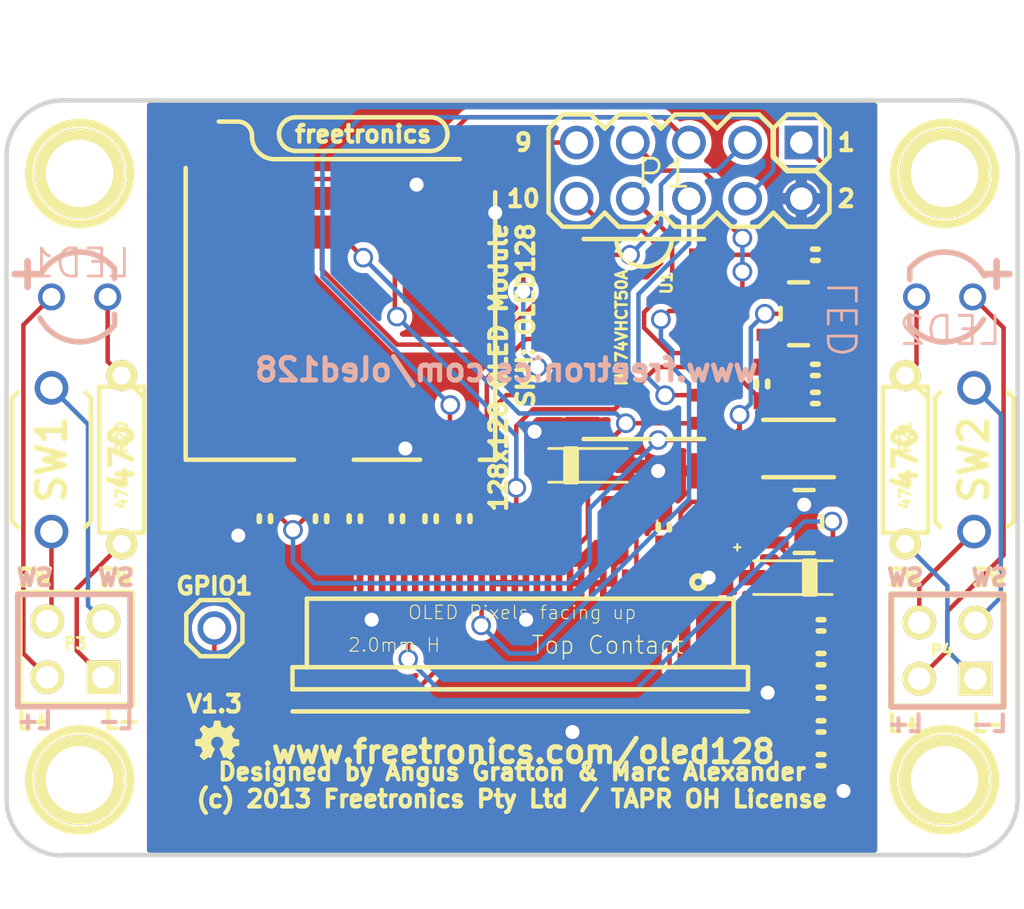
<source format=kicad_pcb>
(kicad_pcb (version 20221018) (generator pcbnew)
  (layers (0 "F.Cu" signal "Front") (31 "B.Cu" signal "Back") (34 "B.Paste" user) (35 "F.Paste" user) (36 "B.SilkS" user) (37 "F.SilkS" user) (38 "B.Mask" user) (39 "F.Mask" user) (44 "Edge.Cuts" user))
  (net 0 "")
  (net 1 "+3.3V")
  (net 2 "/MISO")
  (net 3 "/MOSI")
  (net 4 "/MOSI_3v3")
  (net 5 "/OLED_DnC")
  (net 6 "/OLED_DnC_3v3")
  (net 7 "/OLED_VCC")
  (net 8 "/OLED_nCS")
  (net 9 "/OLED_nCS_3v3")
  (net 10 "/OLED_nRST")
  (net 11 "/OLED_nRST_3v3")
  (net 12 "/SCK")
  (net 13 "/SCK_3v3")
  (net 14 "/VCC_ON")
  (net 15 "/uSD_CD")
  (net 16 "/uSD_nCS")
  (net 17 "/uSD_nCS_3v3")
  (net 18 "GND")
  (net 19 "N-0000010")
  (net 20 "N-0000011")
  (net 21 "N-000002")
  (net 22 "N-0000020")
  (net 23 "N-0000021")
  (net 24 "N-0000023")
  (net 25 "N-0000024")
  (net 26 "N-0000025")
  (net 27 "N-0000028")
  (net 28 "N-0000029")
  (net 29 "N-0000030")
  (net 30 "N-0000031")
  (net 31 "N-0000032")
  (net 32 "N-0000033")
  (net 33 "N-0000036")
  (net 34 "N-0000037")
  (net 35 "N-0000038")
  (net 36 "N-000004")
  (net 37 "N-0000040")
  (net 38 "N-0000041")
  (net 39 "N-0000042")
  (net 40 "N-0000043")
  (net 41 "N-0000044")
  (net 42 "N-000005")
  (net 43 "N-000006")
  (net 44 "VCC")
  (footprint "OLED-128X128-FPC-TOP" (layer "F.Cu") (at 47.244 38.862 180)
    (fp_text reference "OLED1")
    (fp_text value "OLED128_UG2828")
  )
  (footprint "MICRO-SD-SOCKET-PP" (layer "F.Cu") (at 38.862 33.274)
    (fp_text reference "P2")
    (fp_text value "MICROSD")
  )
  (footprint "1210" (layer "F.Cu") (at 52.578 32.766 180)
    (fp_text reference "L1")
    (fp_text value "6.8uH")
  )
  (footprint "1206" (layer "F.Cu") (at 48.514 35.179 90)
    (fp_text reference "C4")
    (fp_text value "4.7uF 25V TANT")
  )
  (footprint "1206" (layer "F.Cu") (at 43.053 35.814 180)
    (fp_text reference "R10")
    (fp_text value "47R  1/4W")
  )
  (footprint "SOT23-5" (layer "F.Cu") (at 52.578 26.67 90)
    (fp_text reference "REG1")
    (fp_text value "LP2985-33")
  )
  (footprint "SOT23-5" (layer "F.Cu") (at 52.832 36.068 -90)
    (fp_text reference "IC1")
    (fp_text value "TPS61040")
  )
  (footprint "0603" (layer "F.Cu") (at 53.594 40.767 180)
    (fp_text reference "R8")
    (fp_text value "910K 1%")
  )
  (footprint "0603" (layer "F.Cu") (at 53.594 42.291)
    (fp_text reference "R9")
    (fp_text value "82K 1%")
  )
  (footprint "0603" (layer "F.Cu") (at 37.465 35.941 -90)
    (fp_text reference "R17")
    (fp_text value "560K")
  )
  (footprint "0603" (layer "F.Cu") (at 53.34 24.003 180)
    (fp_text reference "C1")
    (fp_text value "1uF")
  )
  (footprint "0603" (layer "F.Cu") (at 35.941 35.941 90)
    (fp_text reference "R1")
    (fp_text value "10K")
  )
  (footprint "0603" (layer "F.Cu") (at 28.448 35.941 -90)
    (fp_text reference "C12")
    (fp_text value "100nF")
  )
  (footprint "0603" (layer "F.Cu") (at 30.988 35.941 -90)
    (fp_text reference "C11")
    (fp_text value "100nF")
  )
  (footprint "0603" (layer "F.Cu") (at 32.512 35.941 -90)
    (fp_text reference "C10")
    (fp_text value "4.7uF")
  )
  (footprint "0603" (layer "F.Cu") (at 34.417 35.941 90)
    (fp_text reference "C9")
    (fp_text value "1uF")
  )
  (footprint "0603" (layer "F.Cu") (at 53.594 46.863 180)
    (fp_text reference "C8")
    (fp_text value "100nF 25V")
  )
  (footprint "0603" (layer "F.Cu") (at 53.594 45.339 180)
    (fp_text reference "C7")
    (fp_text value "4.7uF  25V")
  )
  (footprint "0603" (layer "F.Cu") (at 53.594 43.815 180)
    (fp_text reference "C6")
    (fp_text value "22pF 25V")
  )
  (footprint "0603" (layer "F.Cu") (at 46.482 36.322 90)
    (fp_text reference "C5")
    (fp_text value "1uF")
  )
  (footprint "1X01" (layer "F.Cu") (at 26.162 40.894)
    (fp_text reference "JP1")
    (fp_text value "GPIO1")
  )
  (footprint "0603" (layer "F.Cu") (at 53.34 29.21 180)
    (fp_text reference "C2")
    (fp_text value "10uF  16V")
  )
  (footprint "0603" (layer "F.Cu") (at 53.34 30.48 180)
    (fp_text reference "C3")
    (fp_text value "100nF")
  )
  (footprint "SOD-123" (layer "F.Cu") (at 52.324 38.608)
    (fp_text reference "D1")
    (fp_text value "MBR0540")
  )
  (footprint "SOD-123" (layer "F.Cu") (at 43.053 33.528 180)
    (fp_text reference "Z1")
    (fp_text value "2V4")
  )
  (footprint "DIL10" (layer "F.Cu") (at 52.705 18.923 180)
    (fp_text reference "P1")
    (fp_text value "M02X05" hide)
  )
  (footprint "1pin" (layer "F.Cu") (at 59.182 20.32)
    (fp_text reference "1PIN" hide)
    (fp_text value "P***" hide)
  )
  (footprint "1pin" (layer "F.Cu") (at 59.182 47.752)
    (fp_text reference "1PIN")
    (fp_text value "P***" hide)
  )
  (footprint "PIN_ARRAY_2X2" (layer "F.Cu") (at 19.8755 41.8465 90)
    (fp_text reference "P3")
    (fp_text value "M02X02" hide)
  )
  (footprint "PIN_ARRAY_2X2" (layer "F.Cu") (at 59.309 41.91 90)
    (fp_text reference "P4")
    (fp_text value "M02X02" hide)
  )
  (footprint "LOGO_OSHW_silkscreen_2mm" (layer "F.Cu") (at 26.289 45.974)
    (fp_text reference "G***" hide)
    (fp_text value "LOGO_OSHW_silkscreen_2mm" hide)
  )
  (footprint "R3" (layer "F.Cu") (at 21.971 33.274 -90)
    (fp_text reference "R20")
    (fp_text value "470")
  )
  (footprint "SW_TC0122" (layer "F.Cu") (at 18.796 33.274 90)
    (fp_text reference "SW1")
    (fp_text value "SW_PUSHBUTTON" hide)
  )
  (footprint "1pin" (layer "F.Cu") (at 20.066 47.752)
    (fp_text reference "1PIN")
    (fp_text value "P***" hide)
  )
  (footprint "1pin" (layer "F.Cu") (at 20.066 20.32)
    (fp_text reference "1PIN")
    (fp_text value "P***" hide)
  )
  (footprint "R3" (layer "F.Cu") (at 57.404 33.274 -90)
    (fp_text reference "R21")
    (fp_text value "470")
  )
  (footprint "SW_TC0122" (layer "F.Cu") (at 60.5155 33.274 90)
    (fp_text reference "SW2")
    (fp_text value "SW_PUSHBUTTON" hide)
  )
  (footprint "LOGO_FREETRONICS_SMALL" (layer "F.Cu") (at 32.893 18.542)
    (fp_text reference "Ref**" hide)
    (fp_text value "Val**" hide)
  )
  (footprint "SOIC14" (layer "F.Cu") (at 45.593 27.813 -90)
    (fp_text reference "U1")
    (fp_text value "MC74VHCT50A")
  )
  (footprint "0603" (layer "F.Cu") (at 50.927 29.845 -90)
    (fp_text reference "R11")
    (fp_text value "4.7k")
  )
  (footprint "LED3MM" (layer "B.Cu") (at 59.182 25.908 180)
    (fp_text reference "LED2")
    (fp_text value "LED")
  )
  (footprint "LED3MM" (layer "B.Cu") (at 20.066 25.908)
    (fp_text reference "LED1")
    (fp_text value "LED" hide)
  )
  (gr_line (start 22.352 39.37) (end 22.352 44.45) (stroke (width 0.254)) (layer "B.SilkS"))
  (gr_line (start 61.849 44.45) (end 56.896 44.45) (stroke (width 0.254)) (layer "B.SilkS"))
  (gr_line (start 61.849 39.37) (end 61.849 44.45) (stroke (width 0.254)) (layer "B.SilkS"))
  (gr_line (start 17.272 44.45) (end 17.272 39.37) (stroke (width 0.254)) (layer "B.SilkS"))
  (gr_line (start 17.272 39.37) (end 22.352 39.37) (stroke (width 0.254)) (layer "B.SilkS"))
  (gr_line (start 56.896 44.45) (end 56.769 44.45) (stroke (width 0.254)) (layer "B.SilkS"))
  (gr_line (start 56.769 44.45) (end 56.769 39.37) (stroke (width 0.254)) (layer "B.SilkS"))
  (gr_line (start 56.769 39.37) (end 61.849 39.37) (stroke (width 0.254)) (layer "B.SilkS"))
  (gr_line (start 22.352 44.45) (end 17.272 44.45) (stroke (width 0.254)) (layer "B.SilkS"))
  (gr_line (start 51.435 19.558) (end 51.435 18.288) (stroke (width 0.254)) (layer "F.SilkS"))
  (gr_line (start 52.07 20.193) (end 51.435 19.558) (stroke (width 0.254)) (layer "F.SilkS"))
  (gr_line (start 53.34 20.193) (end 52.07 20.193) (stroke (width 0.254)) (layer "F.SilkS"))
  (gr_line (start 16.764 19.558) (end 16.764 48.641) (stroke (width 0.2032)) (layer "Edge.Cuts"))
  (gr_line (start 62.484 19.558) (end 62.484 48.641) (stroke (width 0.2032)) (layer "Edge.Cuts"))
  (gr_arc (start 59.944 17.018) (mid 61.740051 17.761949) (end 62.484 19.558) (stroke (width 0.2032)) (layer "Edge.Cuts"))
  (gr_arc (start 62.484 48.641) (mid 61.740051 50.437051) (end 59.944 51.181) (stroke (width 0.2032)) (layer "Edge.Cuts"))
  (gr_line (start 56.134 17.018) (end 59.944 17.018) (stroke (width 0.2032)) (layer "Edge.Cuts"))
  (gr_line (start 23.114 17.018) (end 19.304 17.018) (stroke (width 0.2032)) (layer "Edge.Cuts"))
  (gr_line (start 23.114 17.018) (end 56.134 17.018) (stroke (width 0.2032)) (layer "Edge.Cuts"))
  (gr_arc (start 16.764 19.558) (mid 17.507949 17.761949) (end 19.304 17.018) (stroke (width 0.2032)) (layer "Edge.Cuts"))
  (gr_arc (start 19.304 51.181) (mid 17.507949 50.437051) (end 16.764 48.641) (stroke (width 0.2032)) (layer "Edge.Cuts"))
  (gr_line (start 19.304 51.15814) (end 59.944 51.15814) (stroke (width 0.2032)) (layer "Edge.Cuts"))
  (gr_text "+" (at 17.7165 24.765) (layer "B.SilkS") (effects (font (size 1.524 1.524) (thickness 0.3048))))
  (gr_text "SW" (at 57.404 38.608) (layer "B.SilkS") (effects (font (size 0.762 0.762) (thickness 0.1905)) (justify mirror)))
  (gr_text "+" (at 61.5315 24.765) (layer "B.SilkS") (effects (font (size 1.524 1.524) (thickness 0.3048))))
  (gr_text "SW" (at 61.214 38.608) (layer "B.SilkS") (effects (font (size 0.762 0.762) (thickness 0.1905)) (justify mirror)))
  (gr_text "SW" (at 21.717 38.608) (layer "B.SilkS") (effects (font (size 0.762 0.762) (thickness 0.1905)) (justify mirror)))
  (gr_text "L+" (at 57.404 45.212) (layer "B.SilkS") (effects (font (size 0.762 0.762) (thickness 0.1905)) (justify mirror)))
  (gr_text "L-" (at 61.214 45.212) (layer "B.SilkS") (effects (font (size 0.762 0.762) (thickness 0.1905)) (justify mirror)))
  (gr_text "www.freetronics.com/oled128" (at 39.37 29.21) (layer "B.SilkS") (effects (font (size 1.016 1.016) (thickness 0.2286)) (justify mirror)))
  (gr_text "L+" (at 18.034 45.085) (layer "B.SilkS") (effects (font (size 0.762 0.762) (thickness 0.1905)) (justify mirror)))
  (gr_text "L-" (at 21.717 45.085) (layer "B.SilkS") (effects (font (size 0.762 0.762) (thickness 0.1905)) (justify mirror)))
  (gr_text "SW" (at 18.034 38.608) (layer "B.SilkS") (effects (font (size 0.762 0.762) (thickness 0.1905)) (justify mirror)))
  (gr_text "GPIO1" (at 26.162 38.989) (layer "F.SilkS") (effects (font (size 0.762 0.762) (thickness 0.1905))))
  (gr_text "470" (at 57.404 33.2105 90) (layer "F.SilkS") (effects (font (size 1.016 1.016) (thickness 0.254))))
  (gr_text "470" (at 21.971 33.147 90) (layer "F.SilkS") (effects (font (size 1.016 1.016) (thickness 0.254))))
  (gr_text "Designed by Angus Gratton & Marc Alexander\n(c) 2013 Freetronics Pty Ltd / TAPR OH License" (at 39.624 48.006) (layer "F.SilkS") (effects (font (size 0.762 0.762) (thickness 0.1905))))
  (gr_text "+" (at 49.8094 37.211) (layer "F.SilkS") (effects (font (size 0.381 0.381) (thickness 0.09652))))
  (gr_text "128x128 OLED Module\nSKU: OLED128" (at 39.624 22.479 90) (layer "F.SilkS") (effects (font (size 0.762 0.762) (thickness 0.1905)) (justify right)))
  (gr_text "2" (at 54.737 21.463) (layer "F.SilkS") (effects (font (size 0.762 0.762) (thickness 0.1905))))
  (gr_text "L-" (at 21.971 45.085) (layer "F.SilkS") (effects (font (size 0.762 0.762) (thickness 0.1905))))
  (gr_text "SW" (at 18.034 38.608) (layer "F.SilkS") (effects (font (size 0.762 0.762) (thickness 0.1905))))
  (gr_text "9" (at 40.132 18.923) (layer "F.SilkS") (effects (font (size 0.762 0.762) (thickness 0.1905))))
  (gr_text "1" (at 54.737 18.923) (layer "F.SilkS") (effects (font (size 0.762 0.762) (thickness 0.1905))))
  (gr_text "V1.3" (at 26.162 44.323) (layer "F.SilkS") (effects (font (size 0.762 0.762) (thickness 0.1905))))
  (gr_text "SW" (at 21.717 38.608) (layer "F.SilkS") (effects (font (size 0.762 0.762) (thickness 0.1905))))
  (gr_text "SW" (at 61.214 38.608) (layer "F.SilkS") (effects (font (size 0.762 0.762) (thickness 0.1905))))
  (gr_text "www.freetronics.com/oled128" (at 40.132 46.482) (layer "F.SilkS") (effects (font (size 1.016 1.016) (thickness 0.2286))))
  (gr_text "L+" (at 57.404 45.212) (layer "F.SilkS") (effects (font (size 0.762 0.762) (thickness 0.1905))))
  (gr_text "L+" (at 18.034 45.085) (layer "F.SilkS") (effects (font (size 0.762 0.762) (thickness 0.1905))))
  (gr_text "10" (at 40.132 21.463) (layer "F.SilkS") (effects (font (size 0.762 0.762) (thickness 0.1905))))
  (gr_text "SW" (at 57.404 38.608) (layer "F.SilkS") (effects (font (size 0.762 0.762) (thickness 0.1905))))
  (gr_text "L-" (at 61.214 45.212) (layer "F.SilkS") (effects (font (size 0.762 0.762) (thickness 0.1905))))
  (segment (start 45.7454 37.8206) (end 46.482 37.084) (width 0.2032) (layer "F.Cu") (net 1))
  (segment (start 49.911 31.623) (end 49.911 34.798) (width 0.2032) (layer "F.Cu") (net 1))
  (segment (start 49.911 34.798) (end 49.53 35.179) (width 0.2032) (layer "F.Cu") (net 1))
  (segment (start 49.53 35.179) (end 47.752 35.179) (width 0.2032) (layer "F.Cu") (net 1))
  (segment (start 47.244 35.687) (end 47.752 35.179) (width 0.2032) (layer "F.Cu") (net 1))
  (segment (start 47.244 35.687) (end 47.244 36.322) (width 0.2032) (layer "F.Cu") (net 1))
  (segment (start 47.244 36.322) (end 46.482 37.084) (width 0.2032) (layer "F.Cu") (net 1))
  (segment (start 28.2575 21.6535) (end 29.337 20.574) (width 0.2032) (layer "F.Cu") (net 1))
  (segment (start 29.337 20.574) (end 32.5755 20.574) (width 0.2032) (layer "F.Cu") (net 1))
  (segment (start 32.5755 20.574) (end 33.2232 21.2217) (width 0.2032) (layer "F.Cu") (net 1))
  (segment (start 33.2232 21.2217) (end 33.2232 22.37486) (width 0.2032) (layer "F.Cu") (net 1))
  (segment (start 27.94 21.971) (end 28.2575 21.6535) (width 0.2032) (layer "F.Cu") (net 1))
  (segment (start 33.909 37.719) (end 34.24428 38.05428) (width 0.2032) (layer "F.Cu") (net 1))
  (segment (start 34.24428 38.05428) (end 34.24428 38.862) (width 0.2032) (layer "F.Cu") (net 1))
  (segment (start 49.911 31.877) (end 49.403 32.385) (width 0.2032) (layer "F.Cu") (net 1))
  (segment (start 49.403 32.385) (end 47.371 32.385) (width 0.2032) (layer "F.Cu") (net 1))
  (segment (start 27.051 22.86) (end 27.94 21.971) (width 0.2032) (layer "F.Cu") (net 1))
  (segment (start 30.988 35.179) (end 32.512 35.179) (width 0.2032) (layer "F.Cu") (net 1))
  (segment (start 32.512 35.179) (end 33.147 35.179) (width 0.2032) (layer "F.Cu") (net 1))
  (segment (start 33.147 35.179) (end 33.4645 35.4965) (width 0.2032) (layer "F.Cu") (net 1))
  (segment (start 33.4645 35.4965) (end 33.4645 37.2745) (width 0.2032) (layer "F.Cu") (net 1))
  (segment (start 33.4645 37.2745) (end 33.909 37.719) (width 0.2032) (layer "F.Cu") (net 1))
  (segment (start 49.911 31.75) (end 49.911 31.242) (width 0.2032) (layer "F.Cu") (net 1))
  (segment (start 49.911 31.75) (end 49.911 31.877) (width 0.2032) (layer "F.Cu") (net 1))
  (segment (start 27.051 33.782) (end 27.051 32.004) (width 0.2032) (layer "F.Cu") (net 1))
  (segment (start 27.051 32.004) (end 27.051 22.86) (width 0.2032) (layer "F.Cu") (net 1))
  (segment (start 52.425598 26.474422) (end 52.425598 25.425402) (width 0.2032) (layer "F.Cu") (net 1))
  (segment (start 52.425598 25.425402) (end 52.425598 25.171402) (width 0.2032) (layer "F.Cu") (net 1))
  (segment (start 52.146196 24.892) (end 51.562 24.892) (width 0.2032) (layer "F.Cu") (net 1))
  (segment (start 51.562 24.892) (end 50.673 24.003) (width 0.2032) (layer "F.Cu") (net 1))
  (segment (start 50.673 24.003) (end 48.387 24.003) (width 0.2032) (layer "F.Cu") (net 1))
  (segment (start 51.054 26.67) (end 52.23002 26.67) (width 0.2032) (layer "F.Cu") (net 1))
  (segment (start 52.23002 26.67) (end 52.425598 26.474422) (width 0.2032) (layer "F.Cu") (net 1))
  (segment (start 45.7454 38.862) (end 45.7454 37.8206) (width 0.2032) (layer "F.Cu") (net 1))
  (segment (start 49.911 31.623) (end 49.911 31.75) (width 0.2032) (layer "F.Cu") (net 1))
  (segment (start 29.718 36.449) (end 30.988 35.179) (width 0.2032) (layer "F.Cu") (net 1))
  (segment (start 28.448 35.179) (end 29.718 36.449) (width 0.2032) (layer "F.Cu") (net 1))
  (segment (start 51.28006 27.61996) (end 52.425598 26.474422) (width 0.2032) (layer "F.Cu") (net 1))
  (segment (start 47.371 32.385) (end 46.228 32.385) (width 0.2032) (layer "F.Cu") (net 1))
  (segment (start 49.911 31.877) (end 49.911 31.242) (width 0.2032) (layer "F.Cu") (net 1))
  (segment (start 28.448 35.179) (end 27.051 33.782) (width 0.2032) (layer "F.Cu") (net 1))
  (segment (start 52.425598 25.171402) (end 52.146196 24.892) (width 0.2032) (layer "F.Cu") (net 1))
  (via (at 46.228 32.385) (size 0.889) (drill 0.635) (layers "F.Cu" "B.Cu") (net 1))
  (via (at 49.911 31.242) (size 0.889) (drill 0.635) (layers "F.Cu" "B.Cu") (net 1))
  (via (at 29.718 36.449) (size 0.889) (drill 0.635) (layers "F.Cu" "B.Cu") (net 1))
  (via (at 51.054 26.67) (size 0.889) (drill 0.635) (layers "F.Cu" "B.Cu") (net 1))
  (segment (start 38.7985 38.862) (end 30.6705 38.862) (width 0.2032) (layer "B.Cu") (net 1))
  (segment (start 43.1292 35.4838) (end 46.228 32.385) (width 0.2032) (layer "B.Cu") (net 1))
  (segment (start 43.1292 35.4838) (end 43.1292 37.8968) (width 0.2032) (layer "B.Cu") (net 1))
  (segment (start 43.1292 37.8968) (end 42.164 38.862) (width 0.2032) (layer "B.Cu") (net 1))
  (segment (start 42.164 38.862) (end 38.7985 38.862) (width 0.2032) (layer "B.Cu") (net 1))
  (segment (start 29.718 36.449) (end 29.718 37.9095) (width 0.2032) (layer "B.Cu") (net 1))
  (segment (start 29.718 37.9095) (end 30.6705 38.862) (width 0.2032) (layer "B.Cu") (net 1))
  (segment (start 50.419 30.734) (end 50.419 27.305) (width 0.2032) (layer "B.Cu") (net 1))
  (segment (start 50.419 27.305) (end 51.054 26.67) (width 0.2032) (layer "B.Cu") (net 1))
  (segment (start 49.911 31.242) (end 50.419 30.734) (width 0.2032) (layer "B.Cu") (net 1))
  (segment (start 36.52266 18.84934) (end 37.592 17.78) (width 0.2032) (layer "F.Cu") (net 2))
  (segment (start 37.592 17.78) (end 46.482 17.78) (width 0.2032) (layer "F.Cu") (net 2))
  (segment (start 46.482 17.78) (end 47.625 18.923) (width 0.2032) (layer "F.Cu") (net 2))
  (segment (start 36.52266 22.57552) (end 36.52266 18.84934) (width 0.2032) (layer "F.Cu") (net 2))
  (segment (start 46.5455 30.353) (end 48.387 30.353) (width 0.2032) (layer "F.Cu") (net 3))
  (via (at 46.5455 30.353) (size 0.889) (drill 0.635) (layers "F.Cu" "B.Cu") (net 3))
  (segment (start 45.339 25.781) (end 47.625 23.495) (width 0.2032) (layer "B.Cu") (net 3))
  (segment (start 47.625 21.463) (end 47.625 23.495) (width 0.2032) (layer "B.Cu") (net 3))
  (segment (start 45.339 29.1465) (end 46.5455 30.353) (width 0.2032) (layer "B.Cu") (net 3))
  (segment (start 45.339 25.781) (end 45.339 29.1465) (width 0.2032) (layer "B.Cu") (net 3))
  (segment (start 32.12338 23.36038) (end 32.893 24.13) (width 0.2032) (layer "F.Cu") (net 4))
  (segment (start 41.24452 38.862) (end 41.24452 38.10508) (width 0.2032) (layer "F.Cu") (net 4))
  (segment (start 41.24452 37.74948) (end 41.5036 37.4904) (width 0.2032) (layer "F.Cu") (net 4))
  (segment (start 41.5036 37.4904) (end 41.8592 37.4904) (width 0.2032) (layer "F.Cu") (net 4))
  (segment (start 42.2656 37.4904) (end 43.053 36.703) (width 0.2032) (layer "F.Cu") (net 4))
  (segment (start 43.053 36.703) (end 43.053 33.401) (width 0.2032) (layer "F.Cu") (net 4))
  (segment (start 43.053 33.401) (end 44.196 32.258) (width 0.2032) (layer "F.Cu") (net 4))
  (segment (start 44.7675 31.6865) (end 44.196 32.258) (width 0.2032) (layer "F.Cu") (net 4))
  (segment (start 44.196 32.258) (end 44.704 31.75) (width 0.2032) (layer "F.Cu") (net 4))
  (segment (start 48.387 31.623) (end 44.7675 31.623) (width 0.2032) (layer "F.Cu") (net 4))
  (segment (start 44.7675 31.623) (end 44.7675 31.6865) (width 0.2032) (layer "F.Cu") (net 4))
  (segment (start 32.12338 23.36038) (end 32.12338 22.57552) (width 0.2032) (layer "F.Cu") (net 4))
  (segment (start 41.8592 37.4904) (end 42.2656 37.4904) (width 0.2032) (layer "F.Cu") (net 4))
  (segment (start 41.24452 38.10508) (end 41.24452 37.74948) (width 0.2032) (layer "F.Cu") (net 4))
  (via (at 44.7675 31.623) (size 0.889) (drill 0.635) (layers "F.Cu" "B.Cu") (net 4))
  (via (at 32.893 24.13) (size 0.889) (drill 0.635) (layers "F.Cu" "B.Cu") (net 4))
  (segment (start 32.893 24.13) (end 33.528 24.765) (width 0.2032) (layer "B.Cu") (net 4))
  (segment (start 44.7675 31.623) (end 44.323 31.1785) (width 0.2032) (layer "B.Cu") (net 4))
  (segment (start 44.323 31.1785) (end 39.9415 31.1785) (width 0.2032) (layer "B.Cu") (net 4))
  (segment (start 39.9415 31.1785) (end 33.528 24.765) (width 0.2032) (layer "B.Cu") (net 4))
  (segment (start 40.132 25.654) (end 40.132 21.463) (width 0.2032) (layer "F.Cu") (net 5))
  (segment (start 40.132 19.431) (end 40.64 18.923) (width 0.2032) (layer "F.Cu") (net 5))
  (segment (start 40.64 18.923) (end 42.545 18.923) (width 0.2032) (layer "F.Cu") (net 5))
  (segment (start 42.799 29.083) (end 40.767 29.083) (width 0.2032) (layer "F.Cu") (net 5))
  (segment (start 40.132 21.463) (end 40.132 19.431) (width 0.2032) (layer "F.Cu") (net 5))
  (via (at 40.767 29.083) (size 0.889) (drill 0.635) (layers "F.Cu" "B.Cu") (net 5))
  (via (at 40.132 25.654) (size 0.889) (drill 0.635) (layers "F.Cu" "B.Cu") (net 5))
  (segment (start 40.767 29.083) (end 40.132 28.448) (width 0.2032) (layer "B.Cu") (net 5))
  (segment (start 40.132 28.448) (end 40.132 25.654) (width 0.2032) (layer "B.Cu") (net 5))
  (segment (start 42.799 30.353) (end 42.291 30.353) (width 0.2032) (layer "F.Cu") (net 6))
  (segment (start 38.9255 35.56) (end 38.9255 37.6555) (width 0.2032) (layer "F.Cu") (net 6))
  (segment (start 38.9255 37.6555) (end 38.709598 37.871402) (width 0.2032) (layer "F.Cu") (net 6))
  (segment (start 38.709598 37.871402) (end 37.947598 37.871402) (width 0.2032) (layer "F.Cu") (net 6))
  (segment (start 37.947598 37.871402) (end 37.7444 38.0746) (width 0.2032) (layer "F.Cu") (net 6))
  (segment (start 37.7444 38.862) (end 37.7444 38.0746) (width 0.2032) (layer "F.Cu") (net 6))
  (segment (start 38.9255 30.7975) (end 39.37 30.353) (width 0.2032) (layer "F.Cu") (net 6))
  (segment (start 39.37 30.353) (end 42.799 30.353) (width 0.2032) (layer "F.Cu") (net 6))
  (segment (start 38.9255 35.56) (end 38.9255 30.7975) (width 0.2032) (layer "F.Cu") (net 6))
  (segment (start 54.356 38.79088) (end 54.356 40.767) (width 0.2032) (layer "F.Cu") (net 7))
  (segment (start 53.34 47.879) (end 51.816 47.879) (width 0.2032) (layer "F.Cu") (net 7))
  (segment (start 51.816 47.879) (end 46.74616 42.80916) (width 0.2032) (layer "F.Cu") (net 7))
  (segment (start 46.74616 42.80916) (end 46.74616 38.862) (width 0.2032) (layer "F.Cu") (net 7))
  (segment (start 53.594 41.529) (end 53.594 43.053) (width 0.2032) (layer "F.Cu") (net 7))
  (segment (start 53.594 43.053) (end 54.356 43.815) (width 0.2032) (layer "F.Cu") (net 7))
  (segment (start 54.356 43.815) (end 54.356 45.339) (width 0.2032) (layer "F.Cu") (net 7))
  (segment (start 54.356 46.863) (end 53.34 47.879) (width 0.2032) (layer "F.Cu") (net 7))
  (segment (start 54.356 45.339) (end 54.356 46.863) (width 0.2032) (layer "F.Cu") (net 7))
  (segment (start 54.356 40.767) (end 53.594 41.529) (width 0.2032) (layer "F.Cu") (net 7))
  (segment (start 54.17312 38.608) (end 54.356 38.79088) (width 0.2032) (layer "F.Cu") (net 7))
  (segment (start 46.863 23.241) (end 46.863 24.765) (width 0.2032) (layer "F.Cu") (net 8))
  (segment (start 47.371 25.273) (end 48.387 25.273) (width 0.2032) (layer "F.Cu") (net 8))
  (segment (start 49.784 29.464) (end 49.784 28.829) (width 0.2032) (layer "F.Cu") (net 8))
  (segment (start 49.784 28.829) (end 49.403 28.448) (width 0.2032) (layer "F.Cu") (net 8))
  (segment (start 49.403 28.448) (end 46.736 28.448) (width 0.2032) (layer "F.Cu") (net 8))
  (segment (start 46.736 28.448) (end 45.593 27.305) (width 0.2032) (layer "F.Cu") (net 8))
  (segment (start 45.593 27.305) (end 45.593 26.6065) (width 0.2032) (layer "F.Cu") (net 8))
  (segment (start 47.371 25.273) (end 46.736 25.908) (width 0.2032) (layer "F.Cu") (net 8))
  (segment (start 46.736 25.908) (end 46.2915 25.908) (width 0.2032) (layer "F.Cu") (net 8))
  (segment (start 46.2915 25.908) (end 45.593 26.6065) (width 0.2032) (layer "F.Cu") (net 8))
  (segment (start 46.863 23.241) (end 45.085 21.463) (width 0.2032) (layer "F.Cu") (net 8))
  (segment (start 48.387 25.273) (end 47.371 25.273) (width 0.2032) (layer "F.Cu") (net 8))
  (segment (start 47.371 25.273) (end 46.863 24.765) (width 0.2032) (layer "F.Cu") (net 8))
  (segment (start 50.927 30.607) (end 49.784 29.464) (width 0.2032) (layer "F.Cu") (net 8))
  (segment (start 38.227 40.767) (end 38.24478 40.74922) (width 0.2032) (layer "F.Cu") (net 9))
  (segment (start 38.24478 40.74922) (end 38.24478 38.862) (width 0.2032) (layer "F.Cu") (net 9))
  (segment (start 46.736 26.543) (end 46.355 26.924) (width 0.2032) (layer "F.Cu") (net 9))
  (segment (start 48.387 26.543) (end 46.736 26.543) (width 0.2032) (layer "F.Cu") (net 9))
  (via (at 46.355 26.924) (size 0.889) (drill 0.635) (layers "F.Cu" "B.Cu") (net 9))
  (via (at 38.227 40.767) (size 0.889) (drill 0.635) (layers "F.Cu" "B.Cu") (net 9))
  (segment (start 40.64 42.037) (end 39.497 42.037) (width 0.2032) (layer "B.Cu") (net 9))
  (segment (start 39.497 42.037) (end 38.227 40.767) (width 0.2032) (layer "B.Cu") (net 9))
  (segment (start 47.625 29.845) (end 47.625 35.052) (width 0.2032) (layer "B.Cu") (net 9))
  (segment (start 47.625 35.052) (end 46.99 35.687) (width 0.2032) (layer "B.Cu") (net 9))
  (segment (start 46.99 35.687) (end 40.64 42.037) (width 0.2032) (layer "B.Cu") (net 9))
  (segment (start 46.355 26.924) (end 46.355 27.813) (width 0.2032) (layer "B.Cu") (net 9))
  (segment (start 46.355 27.813) (end 46.863 28.321) (width 0.2032) (layer "B.Cu") (net 9))
  (segment (start 46.863 28.321) (end 46.863 29.083) (width 0.2032) (layer "B.Cu") (net 9))
  (segment (start 46.863 29.083) (end 47.625 29.845) (width 0.2032) (layer "B.Cu") (net 9))
  (segment (start 43.307 26.543) (end 44.831 25.019) (width 0.2032) (layer "F.Cu") (net 10))
  (segment (start 44.831 25.019) (end 45.72 25.019) (width 0.2032) (layer "F.Cu") (net 10))
  (segment (start 45.72 25.019) (end 46.355 24.384) (width 0.2032) (layer "F.Cu") (net 10))
  (segment (start 46.355 24.384) (end 46.355 23.749) (width 0.2032) (layer "F.Cu") (net 10))
  (segment (start 46.355 23.749) (end 45.466 22.86) (width 0.2032) (layer "F.Cu") (net 10))
  (segment (start 45.466 22.86) (end 43.942 22.86) (width 0.2032) (layer "F.Cu") (net 10))
  (segment (start 43.942 22.86) (end 42.545 21.463) (width 0.2032) (layer "F.Cu") (net 10))
  (segment (start 42.799 26.543) (end 43.307 26.543) (width 0.2032) (layer "F.Cu") (net 10))
  (segment (start 38.481 37.338) (end 38.354 37.465) (width 0.2032) (layer "F.Cu") (net 11))
  (segment (start 38.354 37.465) (end 37.592 37.465) (width 0.2032) (layer "F.Cu") (net 11))
  (segment (start 37.592 37.465) (end 37.24402 37.81298) (width 0.2032) (layer "F.Cu") (net 11))
  (segment (start 37.24402 38.862) (end 37.24402 37.81298) (width 0.2032) (layer "F.Cu") (net 11))
  (segment (start 38.481 35.433) (end 38.481 37.338) (width 0.2032) (layer "F.Cu") (net 11))
  (segment (start 38.862 29.21) (end 39.37 28.702) (width 0.2032) (layer "F.Cu") (net 11))
  (segment (start 38.481 29.591) (end 38.481 35.433) (width 0.2032) (layer "F.Cu") (net 11))
  (segment (start 40.259 27.813) (end 42.799 27.813) (width 0.2032) (layer "F.Cu") (net 11))
  (segment (start 38.862 29.21) (end 38.481 29.591) (width 0.2032) (layer "F.Cu") (net 11))
  (segment (start 40.259 27.813) (end 39.37 28.702) (width 0.2032) (layer "F.Cu") (net 11))
  (segment (start 49.276 27.813) (end 50.038 27.051) (width 0.2032) (layer "F.Cu") (net 12))
  (segment (start 50.038 27.051) (end 50.038 24.765) (width 0.2032) (layer "F.Cu") (net 12))
  (segment (start 50.038 23.241) (end 48.895 22.098) (width 0.2032) (layer "F.Cu") (net 12))
  (segment (start 48.895 22.098) (end 48.895 20.828) (width 0.2032) (layer "F.Cu") (net 12))
  (segment (start 48.895 20.828) (end 48.26 20.193) (width 0.2032) (layer "F.Cu") (net 12))
  (segment (start 48.26 20.193) (end 46.355 20.193) (width 0.2032) (layer "F.Cu") (net 12))
  (segment (start 46.355 20.193) (end 45.085 18.923) (width 0.2032) (layer "F.Cu") (net 12))
  (segment (start 48.387 27.813) (end 49.276 27.813) (width 0.2032) (layer "F.Cu") (net 12))
  (via (at 50.038 23.241) (size 0.889) (drill 0.635) (layers "F.Cu" "B.Cu") (net 12))
  (via (at 50.038 24.765) (size 0.889) (drill 0.635) (layers "F.Cu" "B.Cu") (net 12))
  (segment (start 50.038 24.765) (end 50.038 23.241) (width 0.2032) (layer "B.Cu") (net 12))
  (segment (start 34.32302 26.70302) (end 34.417 26.797) (width 0.2032) (layer "F.Cu") (net 13))
  (segment (start 39.8145 34.544) (end 39.8145 36.703) (width 0.2032) (layer "F.Cu") (net 13))
  (segment (start 39.8145 36.703) (end 40.74414 37.63264) (width 0.2032) (layer "F.Cu") (net 13))
  (segment (start 40.74414 37.63264) (end 40.74414 38.862) (width 0.2032) (layer "F.Cu") (net 13))
  (segment (start 39.8145 31.75) (end 40.5765 30.988) (width 0.2032) (layer "F.Cu") (net 13))
  (segment (start 40.5765 30.988) (end 44.2595 30.988) (width 0.2032) (layer "F.Cu") (net 13))
  (segment (start 44.2595 30.988) (end 46.1645 29.083) (width 0.2032) (layer "F.Cu") (net 13))
  (segment (start 46.1645 29.083) (end 48.387 29.083) (width 0.2032) (layer "F.Cu") (net 13))
  (segment (start 34.32302 22.57552) (end 34.32302 26.70302) (width 0.2032) (layer "F.Cu") (net 13))
  (segment (start 39.8145 34.544) (end 39.8145 31.75) (width 0.2032) (layer "F.Cu") (net 13))
  (segment (start 47.9425 29.083) (end 48.387 29.083) (width 0.2032) (layer "F.Cu") (net 13))
  (via (at 34.417 26.797) (size 0.889) (drill 0.635) (layers "F.Cu" "B.Cu") (net 13))
  (via (at 39.8145 34.544) (size 0.889) (drill 0.635) (layers "F.Cu" "B.Cu") (net 13))
  (segment (start 34.417 26.797) (end 39.8145 32.1945) (width 0.2032) (layer "B.Cu") (net 13))
  (segment (start 39.8145 32.1945) (end 39.8145 34.544) (width 0.2032) (layer "B.Cu") (net 13))
  (segment (start 54.12994 36.09594) (end 54.102 36.068) (width 0.2032) (layer "F.Cu") (net 14))
  (segment (start 34.925 42.291) (end 34.925 41.148) (width 0.2032) (layer "F.Cu") (net 14))
  (segment (start 34.925 41.148) (end 35.74542 40.32758) (width 0.2032) (layer "F.Cu") (net 14))
  (segment (start 35.74542 40.32758) (end 35.74542 38.862) (width 0.2032) (layer "F.Cu") (net 14))
  (segment (start 35.74542 36.89858) (end 35.74542 38.862) (width 0.2032) (layer "F.Cu") (net 14))
  (segment (start 54.12994 37.01796) (end 54.12994 36.09594) (width 0.2032) (layer "F.Cu") (net 14))
  (segment (start 35.941 36.703) (end 35.74542 36.89858) (width 0.2032) (layer "F.Cu") (net 14))
  (via (at 54.102 36.068) (size 0.889) (drill 0.635) (layers "F.Cu" "B.Cu") (net 14))
  (via (at 34.925 42.291) (size 0.889) (drill 0.635) (layers "F.Cu" "B.Cu") (net 14))
  (segment (start 54.102 36.068) (end 52.832 36.068) (width 0.2032) (layer "B.Cu") (net 14))
  (segment (start 52.832 36.068) (end 45.212 43.688) (width 0.2032) (layer "B.Cu") (net 14))
  (segment (start 45.212 43.688) (end 36.322 43.688) (width 0.2032) (layer "B.Cu") (net 14))
  (segment (start 36.322 43.688) (end 34.925 42.291) (width 0.2032) (layer "B.Cu") (net 14))
  (segment (start 36.81222 30.81528) (end 36.83 30.7975) (width 0.2032) (layer "F.Cu") (net 15))
  (segment (start 36.81222 30.81528) (end 36.81222 32.87522) (width 0.2032) (layer "F.Cu") (net 15))
  (via (at 36.83 30.7975) (size 0.889) (drill 0.635) (layers "F.Cu" "B.Cu") (net 15))
  (segment (start 36.83 30.7975) (end 31.0515 25.019) (width 0.2032) (layer "B.Cu") (net 15))
  (segment (start 31.0515 25.019) (end 31.0515 23.0505) (width 0.2032) (layer "B.Cu") (net 15))
  (segment (start 36.322 17.78) (end 50.8635 17.78) (width 0.2032) (layer "B.Cu") (net 15))
  (segment (start 50.8635 17.78) (end 51.435 18.3515) (width 0.2032) (layer "B.Cu") (net 15))
  (segment (start 51.435 18.3515) (end 51.435 20.193) (width 0.2032) (layer "B.Cu") (net 15))
  (segment (start 50.165 21.463) (end 51.435 20.193) (width 0.2032) (layer "B.Cu") (net 15))
  (segment (start 31.0515 19.4945) (end 32.766 17.78) (width 0.2032) (layer "B.Cu") (net 15))
  (segment (start 32.766 17.78) (end 36.322 17.78) (width 0.2032) (layer "B.Cu") (net 15))
  (segment (start 31.0515 23.0505) (end 31.0515 19.4945) (width 0.2032) (layer "B.Cu") (net 15))
  (segment (start 44.958 24.003) (end 44.958 24.003) (width 0.2032) (layer "F.Cu") (net 16))
  (segment (start 42.799 24.003) (end 44.958 24.003) (width 0.2032) (layer "F.Cu") (net 16))
  (via (at 44.958 24.003) (size 0.889) (drill 0.635) (layers "F.Cu" "B.Cu") (net 16))
  (segment (start 44.958 24.003) (end 46.355 22.606) (width 0.2032) (layer "B.Cu") (net 16))
  (segment (start 46.355 22.606) (end 46.355 20.828) (width 0.2032) (layer "B.Cu") (net 16))
  (segment (start 46.355 20.828) (end 46.99 20.193) (width 0.2032) (layer "B.Cu") (net 16))
  (segment (start 46.99 20.193) (end 48.895 20.193) (width 0.2032) (layer "B.Cu") (net 16))
  (segment (start 48.895 20.193) (end 50.165 18.923) (width 0.2032) (layer "B.Cu") (net 16))
  (segment (start 31.02356 24.67356) (end 34.417 28.067) (width 0.2032) (layer "F.Cu") (net 17))
  (segment (start 34.417 28.067) (end 38.7985 28.067) (width 0.2032) (layer "F.Cu") (net 17))
  (segment (start 38.7985 28.067) (end 41.5925 25.273) (width 0.2032) (layer "F.Cu") (net 17))
  (segment (start 41.5925 25.273) (end 42.799 25.273) (width 0.2032) (layer "F.Cu") (net 17))
  (segment (start 31.02356 22.9743) (end 31.02356 24.67356) (width 0.2032) (layer "F.Cu") (net 17))
  (segment (start 48.768 38.862) (end 48.514 38.608) (width 0.2032) (layer "F.Cu") (net 18))
  (segment (start 52.07 36.068) (end 52.832 35.306) (width 0.2032) (layer "F.Cu") (net 18))
  (segment (start 38.41242 21.64842) (end 38.862 22.098) (width 0.2032) (layer "F.Cu") (net 18))
  (segment (start 43.74642 38.862) (end 43.24604 38.862) (width 0.2032) (layer "F.Cu") (net 18))
  (segment (start 43.24604 38.862) (end 42.74566 38.862) (width 0.2032) (layer "F.Cu") (net 18))
  (segment (start 42.74566 38.862) (end 42.24528 38.862) (width 0.2032) (layer "F.Cu") (net 18))
  (segment (start 39.74592 38.862) (end 39.24554 38.862) (width 0.2032) (layer "F.Cu") (net 18))
  (segment (start 39.24554 38.862) (end 38.74516 38.862) (width 0.2032) (layer "F.Cu") (net 18))
  (segment (start 40.2463 40.5003) (end 40.259 40.513) (width 0.2032) (layer "F.Cu") (net 18))
  (segment (start 40.259 43.4975) (end 42.3545 45.593) (width 0.2032) (layer "F.Cu") (net 18))
  (segment (start 34.798 34.036) (end 34.798 32.766) (width 0.2032) (layer "F.Cu") (net 18))
  (segment (start 52.705 45.339) (end 51.181 43.815) (width 0.2032) (layer "F.Cu") (net 18))
  (segment (start 47.625 45.593) (end 50.8 48.768) (width 0.2032) (layer "F.Cu") (net 18))
  (segment (start 50.8 48.768) (end 54.102 48.768) (width 0.2032) (layer "F.Cu") (net 18))
  (segment (start 54.102 48.768) (end 54.61 48.26) (width 0.2032) (layer "F.Cu") (net 18))
  (segment (start 43.24604 40.57904) (end 43.307 40.64) (width 0.2032) (layer "F.Cu") (net 18))
  (segment (start 46.23054 33.77946) (end 46.228 33.782) (width 0.2032) (layer "F.Cu") (net 18))
  (segment (start 41.021 31.623) (end 40.64 32.004) (width 0.2032) (layer "F.Cu") (net 18))
  (segment (start 42.3545 45.593) (end 47.625 45.593) (width 0.2032) (layer "F.Cu") (net 18))
  (segment (start 43.24604 38.862) (end 43.24604 40.57904) (width 0.2032) (layer "F.Cu") (net 18))
  (segment (start 51.53406 36.068) (end 52.07 36.068) (width 0.2032) (layer "F.Cu") (net 18))
  (segment (start 40.259 40.513) (end 40.259 43.4975) (width 0.2032) (layer "F.Cu") (net 18))
  (segment (start 38.41242 19.72564) (end 38.41242 21.64842) (width 0.2032) (layer "F.Cu") (net 18))
  (segment (start 52.832 45.339) (end 52.705 45.339) (width 0.2032) (layer "F.Cu") (net 18))
  (segment (start 40.2463 38.862) (end 40.2463 40.5003) (width 0.2032) (layer "F.Cu") (net 18))
  (segment (start 40.2463 38.862) (end 39.74592 38.862) (width 0.2032) (layer "F.Cu") (net 18))
  (segment (start 48.514 33.77946) (end 46.23054 33.77946) (width 0.2032) (layer "F.Cu") (net 18))
  (segment (start 35.941 35.179) (end 34.798 34.036) (width 0.2032) (layer "F.Cu") (net 18))
  (segment (start 33.147 40.513) (end 32.74568 40.11168) (width 0.2032) (layer "F.Cu") (net 18))
  (segment (start 33.74644 40.04056) (end 33.274 40.513) (width 0.2032) (layer "F.Cu") (net 18))
  (segment (start 28.448 36.703) (end 27.2415 36.703) (width 0.2032) (layer "F.Cu") (net 18))
  (segment (start 35.42284 22.37486) (end 35.306 22.25802) (width 0.2032) (layer "F.Cu") (net 18))
  (segment (start 42.24528 38.862) (end 42.24528 39.45128) (width 0.2032) (layer "F.Cu") (net 18))
  (segment (start 44.24426 38.862) (end 43.74642 38.862) (width 0.2032) (layer "F.Cu") (net 18))
  (segment (start 33.274 40.513) (end 33.147 40.513) (width 0.2032) (layer "F.Cu") (net 18))
  (segment (start 35.306 22.25802) (end 35.306 20.828) (width 0.2032) (layer "F.Cu") (net 18))
  (segment (start 42.799 31.623) (end 41.021 31.623) (width 0.2032) (layer "F.Cu") (net 18))
  (segment (start 32.74568 40.11168) (end 32.74568 38.862) (width 0.2032) (layer "F.Cu") (net 18))
  (segment (start 33.74644 38.862) (end 33.74644 40.04056) (width 0.2032) (layer "F.Cu") (net 18))
  (segment (start 47.244 38.862) (end 48.768 38.862) (width 0.2032) (layer "F.Cu") (net 18))
  (via (at 40.259 40.513) (size 0.889) (drill 0.635) (layers "F.Cu" "B.Cu") (net 18))
  (via (at 27.2415 36.703) (size 0.889) (drill 0.635) (layers "F.Cu" "B.Cu") (net 18))
  (via (at 40.64 32.004) (size 0.889) (drill 0.635) (layers "F.Cu" "B.Cu") (net 18))
  (via (at 38.862 22.098) (size 0.889) (drill 0.635) (layers "F.Cu" "B.Cu") (net 18))
  (via (at 46.228 33.782) (size 0.889) (drill 0.635) (layers "F.Cu" "B.Cu") (net 18))
  (via (at 51.181 43.815) (size 0.889) (drill 0.635) (layers "F.Cu" "B.Cu") (net 18))
  (via (at 48.514 38.608) (size 0.889) (drill 0.635) (layers "F.Cu" "B.Cu") (net 18))
  (via (at 42.3545 45.593) (size 0.889) (drill 0.635) (layers "F.Cu" "B.Cu") (net 18))
  (via (at 35.306 20.828) (size 0.889) (drill 0.635) (layers "F.Cu" "B.Cu") (net 18))
  (via (at 33.274 40.513) (size 0.889) (drill 0.635) (layers "F.Cu" "B.Cu") (net 18))
  (via (at 52.832 35.306) (size 0.889) (drill 0.635) (layers "F.Cu" "B.Cu") (net 18))
  (via (at 34.798 32.766) (size 0.889) (drill 0.635) (layers "F.Cu" "B.Cu") (net 18))
  (via (at 54.61 48.26) (size 0.889) (drill 0.635) (layers "F.Cu" "B.Cu") (net 18))
  (segment (start 52.832 38.3159) (end 51.53406 37.01796) (width 0.2032) (layer "F.Cu") (net 20))
  (segment (start 52.832 42.291) (end 52.832 43.815) (width 0.2032) (layer "F.Cu") (net 20))
  (segment (start 52.832 40.767) (end 52.832 38.3159) (width 0.2032) (layer "F.Cu") (net 20))
  (segment (start 52.832 40.767) (end 52.832 42.291) (width 0.2032) (layer "F.Cu") (net 20))
  (segment (start 36.74618 37.42182) (end 36.74618 38.862) (width 0.2032) (layer "F.Cu") (net 21))
  (segment (start 37.465 36.703) (end 36.74618 37.42182) (width 0.2032) (layer "F.Cu") (net 21))
  (segment (start 34.74466 37.03066) (end 34.74466 38.862) (width 0.2032) (layer "F.Cu") (net 22))
  (segment (start 34.417 36.703) (end 34.74466 37.03066) (width 0.2032) (layer "F.Cu") (net 22))
  (segment (start 45.24502 36.60648) (end 44.45254 35.814) (width 0.2032) (layer "F.Cu") (net 26))
  (segment (start 45.24502 38.862) (end 45.24502 36.60648) (width 0.2032) (layer "F.Cu") (net 26))
  (segment (start 19.939 41.91) (end 19.939 39.116) (width 0.2032) (layer "F.Cu") (net 28))
  (segment (start 19.939 39.116) (end 21.971 37.084) (width 0.2032) (layer "F.Cu") (net 28))
  (segment (start 21.1455 43.1165) (end 19.939 41.91) (width 0.2032) (layer "F.Cu") (net 28))
  (segment (start 18.796 40.386) (end 18.796 36.5252) (width 0.2032) (layer "F.Cu") (net 29))
  (segment (start 18.6055 40.5765) (end 18.796 40.386) (width 0.2032) (layer "F.Cu") (net 29))
  (segment (start 20.447 39.878) (end 20.447 31.6738) (width 0.2032) (layer "B.Cu") (net 30))
  (segment (start 20.447 31.6738) (end 18.796 30.0228) (width 0.2032) (layer "B.Cu") (net 30))
  (segment (start 21.1455 40.5765) (end 20.447 39.878) (width 0.2032) (layer "B.Cu") (net 30))
  (segment (start 61.722 39.497) (end 61.722 31.2293) (width 0.2032) (layer "B.Cu") (net 31))
  (segment (start 61.722 31.2293) (end 60.5155 30.0228) (width 0.2032) (layer "B.Cu") (net 31))
  (segment (start 60.579 40.64) (end 61.722 39.497) (width 0.2032) (layer "B.Cu") (net 31))
  (segment (start 59.309 41.91) (end 59.309 40.132) (width 0.2032) (layer "F.Cu") (net 32))
  (segment (start 59.309 40.132) (end 61.849 37.592) (width 0.2032) (layer "F.Cu") (net 32))
  (segment (start 61.849 37.592) (end 61.849 27.305) (width 0.2032) (layer "F.Cu") (net 32))
  (segment (start 61.849 27.305) (end 60.452 25.908) (width 0.2032) (layer "F.Cu") (net 32))
  (segment (start 58.039 43.18) (end 59.309 41.91) (width 0.2032) (layer "F.Cu") (net 32))
  (segment (start 27.94 44.069) (end 34.925 44.069) (width 0.2032) (layer "F.Cu") (net 33))
  (segment (start 34.925 44.069) (end 36.2458 42.7482) (width 0.2032) (layer "F.Cu") (net 33))
  (segment (start 36.2458 38.862) (end 36.2458 42.7482) (width 0.2032) (layer "F.Cu") (net 33))
  (segment (start 26.162 42.291) (end 26.162 40.894) (width 0.2032) (layer "F.Cu") (net 33))
  (segment (start 27.94 44.069) (end 26.162 42.291) (width 0.2032) (layer "F.Cu") (net 33))
  (segment (start 46.24578 38.08222) (end 46.482 37.846) (width 0.2032) (layer "F.Cu") (net 36))
  (segment (start 46.482 37.846) (end 47.24654 37.846) (width 0.2032) (layer "F.Cu") (net 36))
  (segment (start 47.24654 37.846) (end 48.514 36.57854) (width 0.2032) (layer "F.Cu") (net 36))
  (segment (start 46.24578 38.862) (end 46.24578 38.08222) (width 0.2032) (layer "F.Cu") (net 36))
  (segment (start 21.336 28.829) (end 21.971 29.464) (width 0.2032) (layer "F.Cu") (net 37))
  (segment (start 21.336 25.908) (end 21.336 28.829) (width 0.2032) (layer "F.Cu") (net 37))
  (segment (start 57.912 28.956) (end 57.404 29.464) (width 0.2032) (layer "F.Cu") (net 38))
  (segment (start 57.912 25.908) (end 57.912 28.956) (width 0.2032) (layer "F.Cu") (net 38))
  (segment (start 17.526 27.178) (end 17.526 42.037) (width 0.2032) (layer "F.Cu") (net 39))
  (segment (start 17.526 42.037) (end 18.6055 43.1165) (width 0.2032) (layer "F.Cu") (net 39))
  (segment (start 18.796 25.908) (end 17.526 27.178) (width 0.2032) (layer "F.Cu") (net 39))
  (segment (start 58.039 39.0017) (end 60.5155 36.5252) (width 0.2032) (layer "F.Cu") (net 40))
  (segment (start 58.039 40.64) (end 58.039 39.0017) (width 0.2032) (layer "F.Cu") (net 40))
  (segment (start 59.309 41.91) (end 59.309 38.989) (width 0.2032) (layer "B.Cu") (net 41))
  (segment (start 59.309 38.989) (end 57.404 37.084) (width 0.2032) (layer "B.Cu") (net 41))
  (segment (start 60.579 43.18) (end 59.309 41.91) (width 0.2032) (layer "B.Cu") (net 41))
  (segment (start 50.47488 38.608) (end 50.47488 34.86912) (width 0.2032) (layer "F.Cu") (net 42))
  (segment (start 50.98034 34.36366) (end 50.98034 32.766) (width 0.2032) (layer "F.Cu") (net 42))
  (segment (start 50.47488 34.86912) (end 50.98034 34.36366) (width 0.2032) (layer "F.Cu") (net 42))
  (segment (start 50.98034 34.56432) (end 51.53406 35.11804) (width 0.2032) (layer "F.Cu") (net 42))
  (segment (start 50.98034 32.766) (end 50.98034 34.56432) (width 0.2032) (layer "F.Cu") (net 42))
  (segment (start 41.20388 35.36442) (end 41.65346 35.814) (width 0.2032) (layer "F.Cu") (net 43))
  (segment (start 41.20388 33.528) (end 41.20388 35.36442) (width 0.2032) (layer "F.Cu") (net 43))
  (segment (start 54.102 20.32) (end 54.102 24.257) (width 0.2032) (layer "F.Cu") (net 44))
  (segment (start 53.87594 24.48306) (end 53.87594 25.72004) (width 0.2032) (layer "F.Cu") (net 44))
  (segment (start 53.01996 25.72004) (end 52.832 25.908) (width 0.2032) (layer "F.Cu") (net 44))
  (segment (start 52.832 25.908) (end 52.832 27.432) (width 0.2032) (layer "F.Cu") (net 44))
  (segment (start 52.832 27.432) (end 53.01996 27.61996) (width 0.2032) (layer "F.Cu") (net 44))
  (segment (start 53.01996 27.61996) (end 53.87594 27.61996) (width 0.2032) (layer "F.Cu") (net 44))
  (segment (start 54.102 27.84602) (end 54.102 29.21) (width 0.2032) (layer "F.Cu") (net 44))
  (segment (start 52.19192 28.448) (end 51.562 28.448) (width 0.2032) (layer "F.Cu") (net 44))
  (segment (start 51.562 28.448) (end 50.927 29.083) (width 0.2032) (layer "F.Cu") (net 44))
  (segment (start 54.17566 30.55366) (end 54.17566 32.766) (width 0.2032) (layer "F.Cu") (net 44))
  (segment (start 54.102 30.48) (end 54.17566 30.55366) (width 0.2032) (layer "F.Cu") (net 44))
  (segment (start 53.01996 27.61996) (end 52.19192 28.448) (width 0.2032) (layer "F.Cu") (net 44))
  (segment (start 54.17566 32.766) (end 54.12994 32.81172) (width 0.2032) (layer "F.Cu") (net 44))
  (segment (start 54.102 24.257) (end 53.87594 24.48306) (width 0.2032) (layer "F.Cu") (net 44))
  (segment (start 53.87594 27.61996) (end 54.102 27.84602) (width 0.2032) (layer "F.Cu") (net 44))
  (segment (start 53.87594 25.72004) (end 53.01996 25.72004) (width 0.2032) (layer "F.Cu") (net 44))
  (segment (start 54.12994 32.81172) (end 54.12994 35.11804) (width 0.2032) (layer "F.Cu") (net 44))
  (segment (start 52.705 18.923) (end 54.102 20.32) (width 0.2032) (layer "F.Cu") (net 44))
  (segment (start 54.102 29.21) (end 54.102 30.48) (width 0.2032) (layer "F.Cu") (net 44))
  (zone (net 18) (net_name "GND") (layer "F.Cu") (connect_pads (clearance 0.254)) (min_thickness 0.254) (fill yes (thermal_gap 0.127) (thermal_bridge_width 0.508))
    (polygon (pts (xy 56.134 51.054) (xy 56.134 17.018) (xy 23.114 17.018) (xy 23.114 51.054)))
  )
  (zone (net 18) (net_name "GND") (layer "B.Cu") (connect_pads (clearance 0.254)) (min_thickness 0.254) (fill yes (thermal_gap 0.127) (thermal_bridge_width 0.508))
    (polygon (pts (xy 56.134 51.054) (xy 56.134 16.51) (xy 23.114 16.51) (xy 23.114 51.054)))
  )
)
</source>
